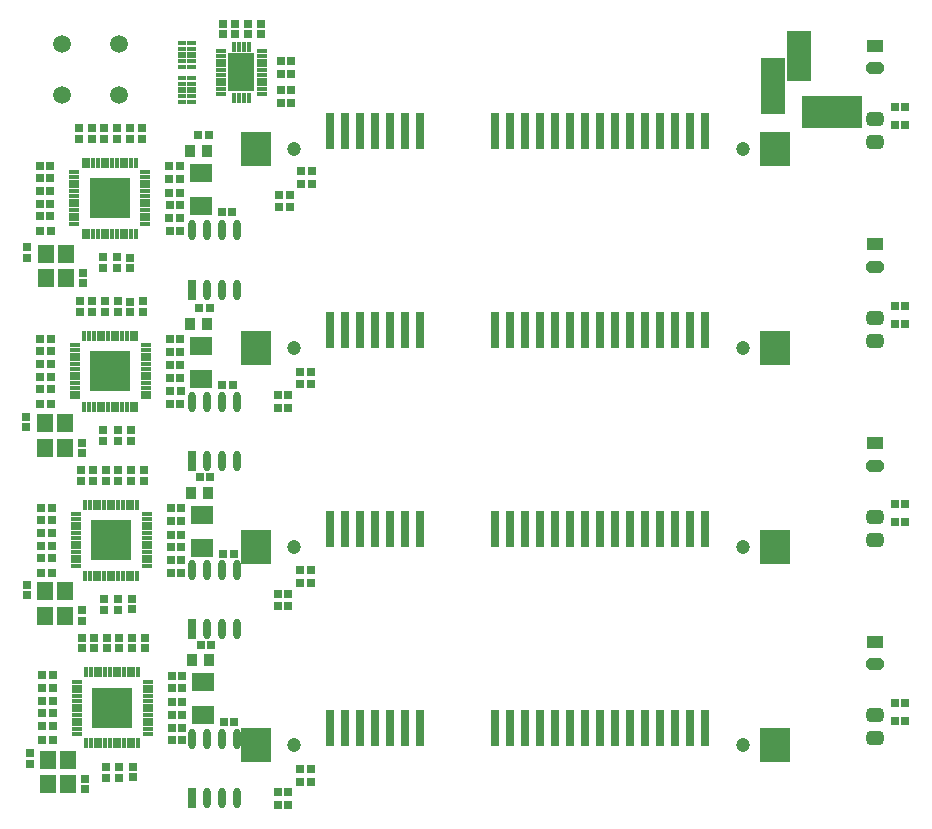
<source format=gts>
G04*
G04 #@! TF.GenerationSoftware,Altium Limited,Altium Designer,24.0.1 (36)*
G04*
G04 Layer_Color=8388736*
%FSLAX44Y44*%
%MOMM*%
G71*
G04*
G04 #@! TF.SameCoordinates,6F16000C-B149-46FA-B592-FBC60BD1AF14*
G04*
G04*
G04 #@! TF.FilePolarity,Negative*
G04*
G01*
G75*
%ADD34O,0.7032X1.7032*%
%ADD35R,0.7032X1.7032*%
%ADD36R,2.6032X3.0032*%
%ADD37R,0.8032X3.1032*%
%ADD38O,0.9032X0.4032*%
%ADD39O,0.4032X0.9032*%
%ADD40R,3.5032X3.5032*%
%ADD41R,0.9032X0.4032*%
%ADD42R,0.4032X0.9032*%
%ADD43R,2.2032X3.2032*%
%ADD44R,0.7032X0.7032*%
%ADD45R,0.7032X0.7032*%
%ADD46R,1.8532X1.6032*%
%ADD47R,1.4032X1.5032*%
%ADD48R,0.9532X1.0532*%
G04:AMPARAMS|DCode=49|XSize=1.4732mm|YSize=1.2192mm|CornerRadius=0.3556mm|HoleSize=0mm|Usage=FLASHONLY|Rotation=180.000|XOffset=0mm|YOffset=0mm|HoleType=Round|Shape=RoundedRectangle|*
%AMROUNDEDRECTD49*
21,1,1.4732,0.5080,0,0,180.0*
21,1,0.7620,1.2192,0,0,180.0*
1,1,0.7112,-0.3810,0.2540*
1,1,0.7112,0.3810,0.2540*
1,1,0.7112,0.3810,-0.2540*
1,1,0.7112,-0.3810,-0.2540*
%
%ADD49ROUNDEDRECTD49*%
G04:AMPARAMS|DCode=50|XSize=1.4732mm|YSize=1.0922mm|CornerRadius=0mm|HoleSize=0mm|Usage=FLASHONLY|Rotation=0.000|XOffset=0mm|YOffset=0mm|HoleType=Round|Shape=Octagon|*
%AMOCTAGOND50*
4,1,8,0.7366,-0.2731,0.7366,0.2731,0.4636,0.5461,-0.4636,0.5461,-0.7366,0.2731,-0.7366,-0.2731,-0.4636,-0.5461,0.4636,-0.5461,0.7366,-0.2731,0.0*
%
%ADD50OCTAGOND50*%

%ADD51R,1.4732X1.0922*%
%ADD52C,1.2032*%
%ADD53C,1.5032*%
%ADD54R,2.0032X4.7032*%
%ADD55R,2.0032X4.2032*%
%ADD56R,5.2032X2.8032*%
G36*
X166307Y618996D02*
X159257D01*
Y622396D01*
X166307D01*
Y618996D01*
D02*
G37*
G36*
X157957D02*
X150907D01*
Y622396D01*
X157957D01*
Y618996D01*
D02*
G37*
G36*
X166307Y613996D02*
X159257D01*
Y617396D01*
X166307D01*
Y613996D01*
D02*
G37*
G36*
X157957D02*
X150907D01*
Y617396D01*
X157957D01*
Y613996D01*
D02*
G37*
G36*
X166307Y607996D02*
X159257D01*
Y613396D01*
X166307D01*
Y607996D01*
D02*
G37*
G36*
X157957D02*
X150907D01*
Y613396D01*
X157957D01*
Y607996D01*
D02*
G37*
G36*
X166307Y603996D02*
X159257D01*
Y607396D01*
X166307D01*
Y603996D01*
D02*
G37*
G36*
X157957D02*
X150907D01*
Y607396D01*
X157957D01*
Y603996D01*
D02*
G37*
G36*
X166307Y598996D02*
X159257D01*
Y602396D01*
X166307D01*
Y598996D01*
D02*
G37*
G36*
X157957D02*
X150907D01*
Y602396D01*
X157957D01*
Y598996D01*
D02*
G37*
G36*
X166307Y648728D02*
X159257D01*
Y652128D01*
X166307D01*
Y648728D01*
D02*
G37*
G36*
X157957D02*
X150907D01*
Y652128D01*
X157957D01*
Y648728D01*
D02*
G37*
G36*
X166307Y643728D02*
X159257D01*
Y647128D01*
X166307D01*
Y643728D01*
D02*
G37*
G36*
X157957D02*
X150907D01*
Y647128D01*
X157957D01*
Y643728D01*
D02*
G37*
G36*
X166307Y637728D02*
X159257D01*
Y643128D01*
X166307D01*
Y637728D01*
D02*
G37*
G36*
X157957D02*
X150907D01*
Y643128D01*
X157957D01*
Y637728D01*
D02*
G37*
G36*
X166307Y633728D02*
X159257D01*
Y637128D01*
X166307D01*
Y633728D01*
D02*
G37*
G36*
X157957D02*
X150907D01*
Y637128D01*
X157957D01*
Y633728D01*
D02*
G37*
G36*
X166307Y628728D02*
X159257D01*
Y632128D01*
X166307D01*
Y628728D01*
D02*
G37*
G36*
X157957D02*
X150907D01*
Y632128D01*
X157957D01*
Y628728D01*
D02*
G37*
D34*
X201422Y491852D02*
D03*
X188722D02*
D03*
X176022D02*
D03*
X163322D02*
D03*
X201422Y441852D02*
D03*
X188722D02*
D03*
X176022D02*
D03*
X201422Y204070D02*
D03*
X188722D02*
D03*
X176022D02*
D03*
X163322D02*
D03*
X201422Y154070D02*
D03*
X188722D02*
D03*
X176022D02*
D03*
X201422Y346564D02*
D03*
X188722D02*
D03*
X176022D02*
D03*
X163322D02*
D03*
X201422Y296564D02*
D03*
X188722D02*
D03*
X176022D02*
D03*
X201422Y61684D02*
D03*
X188722D02*
D03*
X176022D02*
D03*
X163322D02*
D03*
X201422Y11684D02*
D03*
X188722D02*
D03*
X176022D02*
D03*
D35*
X163322Y441852D02*
D03*
Y154070D02*
D03*
Y296564D02*
D03*
Y11684D02*
D03*
D36*
X217504Y392425D02*
D03*
X656904D02*
D03*
X217504Y224125D02*
D03*
X656904D02*
D03*
X217504Y55896D02*
D03*
X656904D02*
D03*
X217504Y560726D02*
D03*
X656904D02*
D03*
D37*
X279604Y407425D02*
D03*
X292304D02*
D03*
X305004D02*
D03*
X317703D02*
D03*
X330404D02*
D03*
X343103D02*
D03*
X355803D02*
D03*
X419304D02*
D03*
X432004D02*
D03*
X444703D02*
D03*
X457403D02*
D03*
X470103D02*
D03*
X482803D02*
D03*
X495504D02*
D03*
X508204D02*
D03*
X520904D02*
D03*
X533604D02*
D03*
X546303D02*
D03*
X559003D02*
D03*
X571703D02*
D03*
X584403D02*
D03*
X597104D02*
D03*
X279604Y239125D02*
D03*
X292304D02*
D03*
X305004D02*
D03*
X317703D02*
D03*
X330404D02*
D03*
X343103D02*
D03*
X355803D02*
D03*
X419304D02*
D03*
X432004D02*
D03*
X444703D02*
D03*
X457403D02*
D03*
X470103D02*
D03*
X482803D02*
D03*
X495504D02*
D03*
X508204D02*
D03*
X520904D02*
D03*
X533604D02*
D03*
X546303D02*
D03*
X559003D02*
D03*
X571703D02*
D03*
X584403D02*
D03*
X597104D02*
D03*
X279604Y70896D02*
D03*
X292304D02*
D03*
X305004D02*
D03*
X317703D02*
D03*
X330404D02*
D03*
X343103D02*
D03*
X355803D02*
D03*
X419304D02*
D03*
X432004D02*
D03*
X444703D02*
D03*
X457403D02*
D03*
X470103D02*
D03*
X482803D02*
D03*
X495504D02*
D03*
X508204D02*
D03*
X520904D02*
D03*
X533604D02*
D03*
X546303D02*
D03*
X559003D02*
D03*
X571703D02*
D03*
X584403D02*
D03*
X597104D02*
D03*
X279604Y575726D02*
D03*
X292304D02*
D03*
X305004D02*
D03*
X317703D02*
D03*
X330404D02*
D03*
X343103D02*
D03*
X355803D02*
D03*
X419304D02*
D03*
X432004D02*
D03*
X444703D02*
D03*
X457403D02*
D03*
X470103D02*
D03*
X482803D02*
D03*
X495504D02*
D03*
X508204D02*
D03*
X520904D02*
D03*
X533604D02*
D03*
X546303D02*
D03*
X559003D02*
D03*
X571703D02*
D03*
X584403D02*
D03*
X597104D02*
D03*
D38*
X63980Y350618D02*
D03*
Y354618D02*
D03*
Y362618D02*
D03*
Y358618D02*
D03*
Y378618D02*
D03*
Y382618D02*
D03*
Y370618D02*
D03*
Y374618D02*
D03*
Y390618D02*
D03*
Y394618D02*
D03*
Y386618D02*
D03*
Y366618D02*
D03*
X123980Y350618D02*
D03*
Y354618D02*
D03*
Y362618D02*
D03*
Y366618D02*
D03*
Y358618D02*
D03*
Y378618D02*
D03*
Y382618D02*
D03*
Y370618D02*
D03*
Y374618D02*
D03*
Y390618D02*
D03*
Y394618D02*
D03*
Y386618D02*
D03*
X63472Y501176D02*
D03*
Y505176D02*
D03*
X64626Y211616D02*
D03*
Y215616D02*
D03*
X65504Y69630D02*
D03*
Y73630D02*
D03*
X63472Y533176D02*
D03*
Y541176D02*
D03*
X64626Y243616D02*
D03*
Y251616D02*
D03*
X65504Y101630D02*
D03*
Y109630D02*
D03*
Y81630D02*
D03*
X64626Y223616D02*
D03*
X65504Y85630D02*
D03*
X64626Y227616D02*
D03*
X63472Y513176D02*
D03*
Y517176D02*
D03*
Y537176D02*
D03*
Y529176D02*
D03*
Y525176D02*
D03*
Y521176D02*
D03*
Y509176D02*
D03*
Y497176D02*
D03*
X123472D02*
D03*
Y501176D02*
D03*
Y505176D02*
D03*
Y509176D02*
D03*
Y513176D02*
D03*
Y517176D02*
D03*
Y521176D02*
D03*
Y525176D02*
D03*
Y529176D02*
D03*
Y533176D02*
D03*
Y537176D02*
D03*
Y541176D02*
D03*
X65504Y105630D02*
D03*
Y97630D02*
D03*
Y93630D02*
D03*
Y89630D02*
D03*
Y77630D02*
D03*
Y65630D02*
D03*
X125504D02*
D03*
Y69630D02*
D03*
Y73630D02*
D03*
Y77630D02*
D03*
Y81630D02*
D03*
Y85630D02*
D03*
Y89630D02*
D03*
Y93630D02*
D03*
Y97630D02*
D03*
Y101630D02*
D03*
Y105630D02*
D03*
Y109630D02*
D03*
X64626Y247616D02*
D03*
Y239616D02*
D03*
Y235616D02*
D03*
Y231616D02*
D03*
Y219616D02*
D03*
Y207616D02*
D03*
X124626D02*
D03*
Y211616D02*
D03*
Y215616D02*
D03*
Y219616D02*
D03*
Y223616D02*
D03*
Y227616D02*
D03*
Y231616D02*
D03*
Y235616D02*
D03*
Y239616D02*
D03*
Y243616D02*
D03*
Y247616D02*
D03*
Y251616D02*
D03*
D39*
X87980Y342618D02*
D03*
X83980D02*
D03*
X71980D02*
D03*
X79980D02*
D03*
X75980D02*
D03*
X87980Y402618D02*
D03*
X71980D02*
D03*
X83980D02*
D03*
X75980D02*
D03*
X79980D02*
D03*
X107980Y342618D02*
D03*
X103980D02*
D03*
X115980D02*
D03*
X111980D02*
D03*
X91980D02*
D03*
X99980D02*
D03*
X95980D02*
D03*
X111980Y402618D02*
D03*
X115980D02*
D03*
X95980D02*
D03*
X91980D02*
D03*
X107980D02*
D03*
X99980D02*
D03*
X103980D02*
D03*
X115472Y549176D02*
D03*
X111472D02*
D03*
X107472D02*
D03*
X103472D02*
D03*
X99472D02*
D03*
X95472D02*
D03*
X91472D02*
D03*
X87472D02*
D03*
X83472D02*
D03*
X79472D02*
D03*
X75472D02*
D03*
X71472D02*
D03*
Y489176D02*
D03*
X75472D02*
D03*
X79472D02*
D03*
X83472D02*
D03*
X87472D02*
D03*
X91472D02*
D03*
X95472D02*
D03*
X99472D02*
D03*
X103472D02*
D03*
X107472D02*
D03*
X111472D02*
D03*
X115472D02*
D03*
X117504Y117630D02*
D03*
X113504D02*
D03*
X109504D02*
D03*
X105504D02*
D03*
X101504D02*
D03*
X97504D02*
D03*
X93504D02*
D03*
X89504D02*
D03*
X85504D02*
D03*
X81504D02*
D03*
X77504D02*
D03*
X73504D02*
D03*
Y57630D02*
D03*
X77504D02*
D03*
X81504D02*
D03*
X85504D02*
D03*
X89504D02*
D03*
X93504D02*
D03*
X97504D02*
D03*
X101504D02*
D03*
X105504D02*
D03*
X109504D02*
D03*
X113504D02*
D03*
X117504D02*
D03*
X116626Y259616D02*
D03*
X112626D02*
D03*
X108626D02*
D03*
X104626D02*
D03*
X100626D02*
D03*
X96626D02*
D03*
X92626D02*
D03*
X88626D02*
D03*
X84626D02*
D03*
X80626D02*
D03*
X76626D02*
D03*
X72626D02*
D03*
Y199616D02*
D03*
X76626D02*
D03*
X80626D02*
D03*
X84626D02*
D03*
X88626D02*
D03*
X92626D02*
D03*
X96626D02*
D03*
X100626D02*
D03*
X104626D02*
D03*
X108626D02*
D03*
X112626D02*
D03*
X116626D02*
D03*
D40*
X93980Y372618D02*
D03*
X93472Y519176D02*
D03*
X95504Y87630D02*
D03*
X94626Y229616D02*
D03*
D41*
X187978Y643600D02*
D03*
Y639600D02*
D03*
Y635602D02*
D03*
Y631601D02*
D03*
Y627601D02*
D03*
Y623601D02*
D03*
Y619600D02*
D03*
Y615602D02*
D03*
Y611601D02*
D03*
Y607601D02*
D03*
X221978Y607604D02*
D03*
Y611604D02*
D03*
Y615602D02*
D03*
Y619603D02*
D03*
Y623603D02*
D03*
Y627603D02*
D03*
Y631604D02*
D03*
Y635602D02*
D03*
Y639603D02*
D03*
Y643603D02*
D03*
D42*
X198979Y603601D02*
D03*
X202979D02*
D03*
X206980D02*
D03*
X210980D02*
D03*
X210977Y647604D02*
D03*
X206977D02*
D03*
X202976D02*
D03*
X198976D02*
D03*
D43*
X204978Y625602D02*
D03*
D44*
X87376Y469066D02*
D03*
Y460066D02*
D03*
X79386Y288909D02*
D03*
Y279909D02*
D03*
X113030Y37270D02*
D03*
Y28770D02*
D03*
X188976Y666932D02*
D03*
Y657932D02*
D03*
X210312Y666614D02*
D03*
X199644Y666682D02*
D03*
X221234Y666614D02*
D03*
X68072Y422911D02*
D03*
X67564Y569469D02*
D03*
X69596Y137923D02*
D03*
X68718Y279909D02*
D03*
X78232Y578469D02*
D03*
X99568Y460066D02*
D03*
Y578469D02*
D03*
X67564D02*
D03*
X71120Y447112D02*
D03*
X23622Y468702D02*
D03*
X88900Y578469D02*
D03*
X110236Y578186D02*
D03*
X112268Y146640D02*
D03*
X111390Y288626D02*
D03*
X110744Y431628D02*
D03*
X72898Y18614D02*
D03*
X25654Y40530D02*
D03*
X70358Y161108D02*
D03*
X23114Y182952D02*
D03*
X90932Y146922D02*
D03*
X69596Y146923D02*
D03*
X90054Y288908D02*
D03*
X68718Y288909D02*
D03*
X101600Y28520D02*
D03*
X89916D02*
D03*
X80264Y146923D02*
D03*
X101600D02*
D03*
X88922Y170506D02*
D03*
X100722Y288909D02*
D03*
Y170506D02*
D03*
X70104Y303022D02*
D03*
X22860Y325192D02*
D03*
X89408Y431910D02*
D03*
X68072Y431911D02*
D03*
X87884Y313762D02*
D03*
X100076Y431911D02*
D03*
Y313508D02*
D03*
X78740Y431911D02*
D03*
X199644Y658182D02*
D03*
X210312Y658114D02*
D03*
X221234D02*
D03*
X101600Y37520D02*
D03*
X88922Y179506D02*
D03*
X70358Y170108D02*
D03*
X23114Y191952D02*
D03*
X87884Y322762D02*
D03*
X100722Y179506D02*
D03*
X112036Y171010D02*
D03*
Y179510D02*
D03*
X99568Y569469D02*
D03*
X110236Y569686D02*
D03*
X110998Y460316D02*
D03*
Y468816D02*
D03*
X99568Y469066D02*
D03*
X120904Y569468D02*
D03*
Y578468D02*
D03*
X78232Y569469D02*
D03*
X88900D02*
D03*
X71120Y456112D02*
D03*
X23622Y477702D02*
D03*
X70104Y312022D02*
D03*
X22860Y334192D02*
D03*
X121412Y422982D02*
D03*
Y431982D02*
D03*
X78740Y422911D02*
D03*
X100076D02*
D03*
X89408Y422910D02*
D03*
X110744Y423128D02*
D03*
X111506Y314012D02*
D03*
Y322512D02*
D03*
X100076Y322508D02*
D03*
X122058Y279980D02*
D03*
Y288980D02*
D03*
X111390Y280126D02*
D03*
X90054Y279908D02*
D03*
X100722Y279909D02*
D03*
X112268Y138140D02*
D03*
X72898Y27614D02*
D03*
X25654Y49530D02*
D03*
X90932Y137922D02*
D03*
X89916Y37520D02*
D03*
X80264Y137923D02*
D03*
X101600D02*
D03*
X122936Y146994D02*
D03*
Y137994D02*
D03*
D45*
X144743Y366522D02*
D03*
X153244D02*
D03*
X145389Y223520D02*
D03*
X153890D02*
D03*
X146267Y81534D02*
D03*
X154768D02*
D03*
X45140Y93726D02*
D03*
X36140D02*
D03*
X43616Y368046D02*
D03*
Y378714D02*
D03*
X34108Y514604D02*
D03*
Y525272D02*
D03*
X34616Y368046D02*
D03*
Y378714D02*
D03*
X35262Y225044D02*
D03*
Y235712D02*
D03*
X36140Y83058D02*
D03*
X238070Y624332D02*
D03*
Y635000D02*
D03*
X247070D02*
D03*
Y624332D02*
D03*
X45140Y83058D02*
D03*
X44262Y225044D02*
D03*
Y235712D02*
D03*
X43108Y514604D02*
D03*
Y525272D02*
D03*
X235784Y5334D02*
D03*
X244784D02*
D03*
X235784Y16002D02*
D03*
X244784D02*
D03*
X235784Y184404D02*
D03*
X244784D02*
D03*
X238066Y599694D02*
D03*
X246566D02*
D03*
X145868Y104140D02*
D03*
X144344Y389128D02*
D03*
X144990Y246126D02*
D03*
X143836Y535686D02*
D03*
X34108Y503936D02*
D03*
X153018Y523748D02*
D03*
X34108Y535940D02*
D03*
X168474Y572516D02*
D03*
X153018Y502412D02*
D03*
X34362Y491744D02*
D03*
X34108Y546608D02*
D03*
X152836Y535686D02*
D03*
Y546354D02*
D03*
X36140Y115062D02*
D03*
X154868Y114808D02*
D03*
Y104140D02*
D03*
X35262Y257048D02*
D03*
X198302Y217932D02*
D03*
X153990Y246126D02*
D03*
X36212Y60198D02*
D03*
X36140Y104394D02*
D03*
Y72390D02*
D03*
X155050Y92202D02*
D03*
X35334Y202184D02*
D03*
X154172Y234188D02*
D03*
X35262Y246380D02*
D03*
Y214376D02*
D03*
X170506Y140970D02*
D03*
X169628Y282956D02*
D03*
X155050Y70866D02*
D03*
X154172Y212852D02*
D03*
X153344Y399796D02*
D03*
X34616Y400050D02*
D03*
X153344Y389128D02*
D03*
Y377698D02*
D03*
X34616Y357378D02*
D03*
Y389382D02*
D03*
X34688Y345186D02*
D03*
X168982Y425958D02*
D03*
X153526Y355854D02*
D03*
X246566Y610616D02*
D03*
X197286Y507492D02*
D03*
X197468Y360934D02*
D03*
X153990Y256794D02*
D03*
X199064Y75946D02*
D03*
X238066Y610616D02*
D03*
X188286Y507492D02*
D03*
X190064Y75946D02*
D03*
X189302Y217932D02*
D03*
X188468Y360934D02*
D03*
X767139Y596342D02*
D03*
Y581106D02*
D03*
Y428118D02*
D03*
Y412907D02*
D03*
Y259843D02*
D03*
Y244632D02*
D03*
Y91695D02*
D03*
Y76611D02*
D03*
X263834Y35814D02*
D03*
X254834D02*
D03*
X177474Y572516D02*
D03*
X143836Y546354D02*
D03*
X152736Y491744D02*
D03*
X144235D02*
D03*
X144018Y502412D02*
D03*
Y523748D02*
D03*
X152736Y513080D02*
D03*
X144235D02*
D03*
X43362Y491744D02*
D03*
X43108Y535940D02*
D03*
Y546608D02*
D03*
Y503936D02*
D03*
X144344Y399796D02*
D03*
X153244Y345186D02*
D03*
X144743D02*
D03*
X144526Y355854D02*
D03*
X177982Y425958D02*
D03*
X144344Y377698D02*
D03*
X43616Y357378D02*
D03*
X43688Y345186D02*
D03*
X43616Y389382D02*
D03*
Y400050D02*
D03*
X153890Y202184D02*
D03*
X145389D02*
D03*
X145172Y234188D02*
D03*
X178628Y282956D02*
D03*
X145172Y212852D02*
D03*
X144990Y256794D02*
D03*
X44262Y257048D02*
D03*
Y246380D02*
D03*
X44334Y202184D02*
D03*
X44262Y214376D02*
D03*
X758639Y76611D02*
D03*
Y91695D02*
D03*
Y244632D02*
D03*
Y259843D02*
D03*
Y412907D02*
D03*
Y428118D02*
D03*
Y581106D02*
D03*
Y596342D02*
D03*
X146267Y60198D02*
D03*
X154768D02*
D03*
X45140Y115062D02*
D03*
X145868Y114808D02*
D03*
X45212Y60198D02*
D03*
X45140Y104394D02*
D03*
Y72390D02*
D03*
X146050Y92202D02*
D03*
X179506Y140970D02*
D03*
X146050Y70866D02*
D03*
X236872Y511302D02*
D03*
X245872D02*
D03*
X235530Y341884D02*
D03*
X244530D02*
D03*
X236872Y521970D02*
D03*
X245872D02*
D03*
X235530Y352552D02*
D03*
X244530D02*
D03*
X255778Y531114D02*
D03*
X264778D02*
D03*
X254508Y361696D02*
D03*
X263508D02*
D03*
X255778Y541782D02*
D03*
X264778D02*
D03*
X254508Y372364D02*
D03*
X263508D02*
D03*
X235784Y173736D02*
D03*
X244784D02*
D03*
X254834Y193294D02*
D03*
X263834D02*
D03*
X254762Y25146D02*
D03*
X263762D02*
D03*
X254834Y203962D02*
D03*
X263834D02*
D03*
D46*
X170942Y366238D02*
D03*
Y394238D02*
D03*
X170434Y540796D02*
D03*
Y512796D02*
D03*
X171588Y251236D02*
D03*
Y223236D02*
D03*
X172466Y81250D02*
D03*
Y109250D02*
D03*
D47*
X41284Y43774D02*
D03*
Y22774D02*
D03*
X58284D02*
D03*
Y43774D02*
D03*
X38998Y186268D02*
D03*
Y165268D02*
D03*
X55998D02*
D03*
Y186268D02*
D03*
X38744Y328508D02*
D03*
Y307508D02*
D03*
X55744D02*
D03*
Y328508D02*
D03*
X39506Y472272D02*
D03*
Y451272D02*
D03*
X56506D02*
D03*
Y472272D02*
D03*
D48*
X161152Y559308D02*
D03*
X163184Y127762D02*
D03*
X162306Y269748D02*
D03*
X161660Y412750D02*
D03*
X175652Y559308D02*
D03*
X176160Y412750D02*
D03*
X176806Y269748D02*
D03*
X177684Y127762D02*
D03*
D49*
X741680Y81618D02*
D03*
Y62110D02*
D03*
Y249648D02*
D03*
Y230140D02*
D03*
Y417878D02*
D03*
Y398370D02*
D03*
Y586108D02*
D03*
Y566600D02*
D03*
D50*
X741679Y124619D02*
D03*
Y292849D02*
D03*
Y461079D02*
D03*
Y629311D02*
D03*
D51*
Y143619D02*
D03*
Y311849D02*
D03*
Y480079D02*
D03*
Y648311D02*
D03*
D52*
X629403Y392425D02*
D03*
X249403D02*
D03*
X629403Y224125D02*
D03*
X249403D02*
D03*
X629403Y55896D02*
D03*
X249403D02*
D03*
X629403Y560726D02*
D03*
X249403D02*
D03*
D53*
X100962Y649896D02*
D03*
Y606896D02*
D03*
X52962D02*
D03*
Y649896D02*
D03*
D54*
X654910Y614318D02*
D03*
D55*
X676910Y639318D02*
D03*
D56*
X704910Y591818D02*
D03*
M02*

</source>
